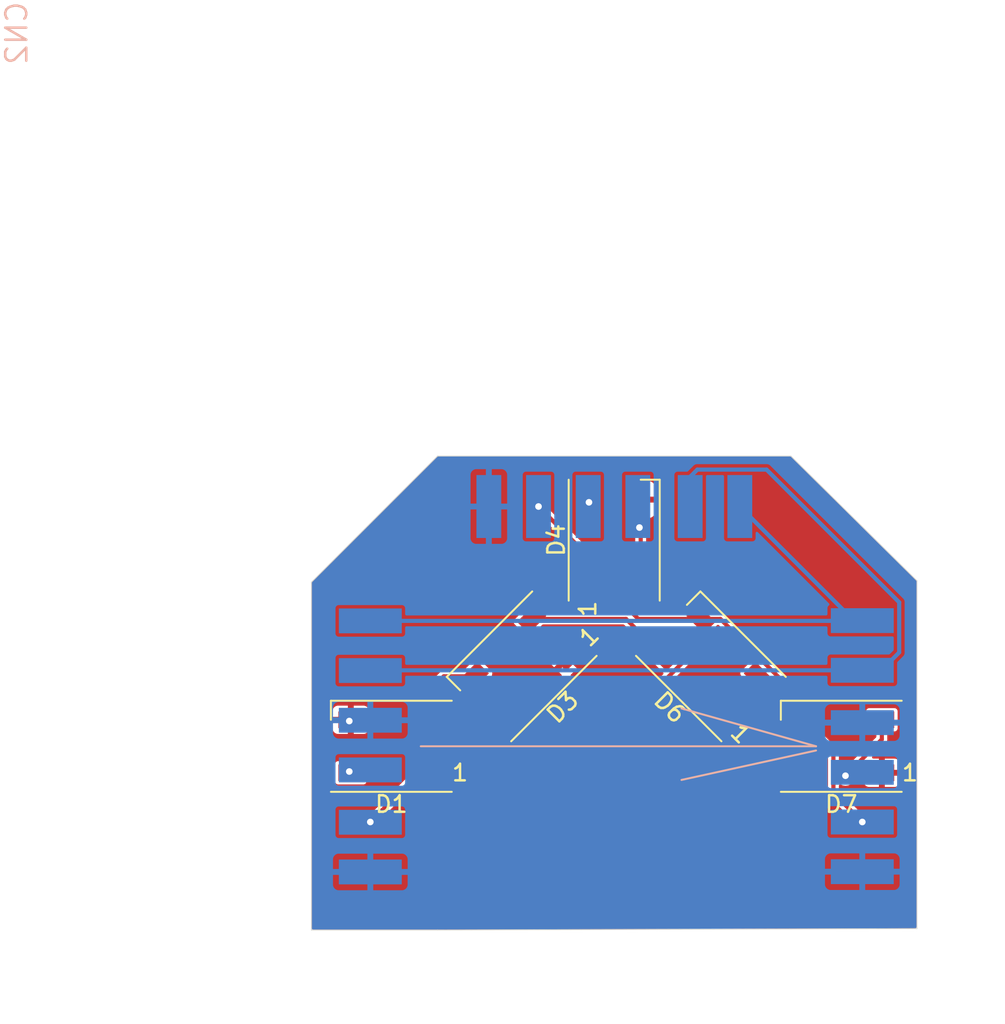
<source format=kicad_pcb>
(kicad_pcb (version 20211014) (generator pcbnew)
  (layers (0 "F.Cu" signal) (31 "B.Cu" signal) (34 "B.Paste" user) (35 "F.Paste" user) (36 "B.SilkS" user "B.Silkscreen") (37 "F.SilkS" user "F.Silkscreen") (38 "B.Mask" user) (39 "F.Mask" user) (44 "Edge.Cuts" user))
  (net 0 "")
  (net 1 "GND")
  (net 2 "Net-(CN1-Pad1)")
  (net 3 "Net-(CN1-Pad2)")
  (net 4 "Net-(CN1-Pad4)")
  (net 5 "+5V")
  (net 6 "Net-(CN2-Pad3)")
  (net 7 "Net-(D6-Pad2)")
  (net 8 "Net-(CN3-Pad3)")
  (net 9 "Net-(CN3-Pad4)")
  (net 10 "Net-(D1-Pad2)")
  (net 11 "Net-(D3-Pad2)")
  (footprint "LED_SMD:LED_WS2812B_PLCC4_5.0x5.0mm_P3.2mm" (layer "F.Cu") (at 146.558 102.616 135)
    (fp_text reference "D6" (at 0 -3.5 135) (layer "F.SilkS"))
    (fp_text value "WS2812B")
    (fp_text user "1" (at -4.15 -1.6 135) (layer "F.SilkS"))
    (fp_line (start -3.65 2.75) (end 3.65 2.75) (layer "F.SilkS") (width 0.12))
    (fp_line (start -3.65 -2.75) (end 3.65 -2.75) (layer "F.SilkS") (width 0.12))
    (fp_line (start 3.65 2.75) (end 3.65 1.6) (layer "F.SilkS") (width 0.12))
    (pad "1" smd rect (at -2.45 -1.6 135) (size 1.5 1) (layers "F.Cu" "F.Paste" "F.Mask") (net 1 "GND"))
    (pad "2" smd rect (at -2.45 1.6 135) (size 1.5 1) (layers "F.Cu" "F.Paste" "F.Mask") (net 7 "Net-(D6-Pad2)"))
    (pad "3" smd rect (at 2.45 1.6 135) (size 1.5 1) (layers "F.Cu" "F.Paste" "F.Mask") (net 5 "+5V"))
    (pad "4" smd rect (at 2.45 -1.6 135) (size 1.5 1) (layers "F.Cu" "F.Paste" "F.Mask") (net 11 "Net-(D3-Pad2)"))
  )
  (footprint "LED_SMD:LED_WS2812B_PLCC4_5.0x5.0mm_P3.2mm" (layer "F.Cu") (at 127.254 107.442 180)
    (fp_text reference "D1" (at 0 -3.5) (layer "F.SilkS"))
    (fp_text value "WS2812B")
    (fp_text user "1" (at -4.15 -1.6) (layer "F.SilkS"))
    (fp_line (start -3.65 2.75) (end 3.65 2.75) (layer "F.SilkS") (width 0.12))
    (fp_line (start 3.65 2.75) (end 3.65 1.6) (layer "F.SilkS") (width 0.12))
    (fp_line (start -3.65 -2.75) (end 3.65 -2.75) (layer "F.SilkS") (width 0.12))
    (pad "1" smd rect (at -2.45 -1.6 180) (size 1.5 1) (layers "F.Cu" "F.Paste" "F.Mask") (net 5 "+5V"))
    (pad "2" smd rect (at -2.45 1.6 180) (size 1.5 1) (layers "F.Cu" "F.Paste" "F.Mask") (net 10 "Net-(D1-Pad2)"))
    (pad "3" smd rect (at 2.45 1.6 180) (size 1.5 1) (layers "F.Cu" "F.Paste" "F.Mask") (net 1 "GND"))
    (pad "4" smd rect (at 2.45 -1.6 180) (size 1.5 1) (layers "F.Cu" "F.Paste" "F.Mask") (net 6 "Net-(CN2-Pad3)"))
  )
  (footprint "LED_SMD:LED_WS2812B_PLCC4_5.0x5.0mm_P3.2mm" (layer "F.Cu") (at 140.716 94.996 90)
    (fp_text reference "D4" (at 0 -3.5 90) (layer "F.SilkS"))
    (fp_text value "WS2812B")
    (fp_text user "1" (at -4.15 -1.6 90) (layer "F.SilkS"))
    (fp_line (start -3.65 2.75) (end 3.65 2.75) (layer "F.SilkS") (width 0.12))
    (fp_line (start -3.65 -2.75) (end 3.65 -2.75) (layer "F.SilkS") (width 0.12))
    (fp_line (start 3.65 2.75) (end 3.65 1.6) (layer "F.SilkS") (width 0.12))
    (pad "1" smd rect (at -2.45 -1.6 90) (size 1.5 1) (layers "F.Cu" "F.Paste" "F.Mask") (net 5 "+5V"))
    (pad "2" smd rect (at -2.45 1.6 90) (size 1.5 1) (layers "F.Cu" "F.Paste" "F.Mask") (net 8 "Net-(CN3-Pad3)"))
    (pad "3" smd rect (at 2.45 1.6 90) (size 1.5 1) (layers "F.Cu" "F.Paste" "F.Mask") (net 1 "GND"))
    (pad "4" smd rect (at 2.45 -1.6 90) (size 1.5 1) (layers "F.Cu" "F.Paste" "F.Mask") (net 9 "Net-(CN3-Pad4)"))
  )
  (footprint "LED_SMD:LED_WS2812B_PLCC4_5.0x5.0mm_P3.2mm" (layer "F.Cu") (at 154.432 107.442 180)
    (fp_text reference "D7" (at 0 -3.5) (layer "F.SilkS"))
    (fp_text value "WS2812B")
    (fp_text user "1" (at -4.15 -1.6) (layer "F.SilkS"))
    (fp_line (start 3.65 2.75) (end 3.65 1.6) (layer "F.SilkS") (width 0.12))
    (fp_line (start -3.65 -2.75) (end 3.65 -2.75) (layer "F.SilkS") (width 0.12))
    (fp_line (start -3.65 2.75) (end 3.65 2.75) (layer "F.SilkS") (width 0.12))
    (pad "1" smd rect (at -2.45 -1.6 180) (size 1.5 1) (layers "F.Cu" "F.Paste" "F.Mask") (net 1 "GND"))
    (pad "2" smd rect (at -2.45 1.6 180) (size 1.5 1) (layers "F.Cu" "F.Paste" "F.Mask") (net 4 "Net-(CN1-Pad4)"))
    (pad "3" smd rect (at 2.45 1.6 180) (size 1.5 1) (layers "F.Cu" "F.Paste" "F.Mask") (net 5 "+5V"))
    (pad "4" smd rect (at 2.45 -1.6 180) (size 1.5 1) (layers "F.Cu" "F.Paste" "F.Mask") (net 7 "Net-(D6-Pad2)"))
  )
  (footprint "LED_SMD:LED_WS2812B_PLCC4_5.0x5.0mm_P3.2mm" (layer "F.Cu") (at 135.128 102.616 -135)
    (fp_text reference "D3" (at 0 -3.5 45) (layer "F.SilkS"))
    (fp_text value "WS2812B")
    (fp_text user "1" (at -4.15 -1.6 45) (layer "F.SilkS"))
    (fp_line (start 3.65 2.75) (end 3.65 1.6) (layer "F.SilkS") (width 0.12))
    (fp_line (start -3.65 -2.75) (end 3.65 -2.75) (layer "F.SilkS") (width 0.12))
    (fp_line (start -3.65 2.75) (end 3.65 2.75) (layer "F.SilkS") (width 0.12))
    (pad "1" smd rect (at -2.45 -1.6 225) (size 1.5 1) (layers "F.Cu" "F.Paste" "F.Mask") (net 1 "GND"))
    (pad "2" smd rect (at -2.45 1.6 225) (size 1.5 1) (layers "F.Cu" "F.Paste" "F.Mask") (net 11 "Net-(D3-Pad2)"))
    (pad "3" smd rect (at 2.45 1.6 225) (size 1.5 1) (layers "F.Cu" "F.Paste" "F.Mask") (net 5 "+5V"))
    (pad "4" smd rect (at 2.45 -1.6 225) (size 1.5 1) (layers "F.Cu" "F.Paste" "F.Mask") (net 10 "Net-(D1-Pad2)"))
  )
  (footprint "Adafruit NeoPixel 8 Stick:1X4-SMT" (layer "B.Cu") (at 141.224 92.964 180)
    (fp_text reference "CN3" hide)
    (fp_text value "1X4SMT")
    (pad "1" smd rect (at -7.08 0 180) (size 1.5 3.8) (layers "B.Cu" "B.Paste" "B.Mask") (net 2 "Net-(CN1-Pad1)"))
    (pad "2" smd rect (at -4.08 0 180) (size 1.5 3.8) (layers "B.Cu" "B.Paste" "B.Mask") (net 3 "Net-(CN1-Pad2)"))
    (pad "3" smd rect (at -0.92 0 180) (size 1.5 3.8) (layers "B.Cu" "B.Paste" "B.Mask") (net 8 "Net-(CN3-Pad3)"))
    (pad "4" smd rect (at 2.08 0 180) (size 1.5 3.8) (layers "B.Cu" "B.Paste" "B.Mask") (net 9 "Net-(CN3-Pad4)"))
    (pad "5" smd rect (at 5.08 0 180) (size 1.5 3.8) (layers "B.Cu" "B.Paste" "B.Mask") (net 5 "+5V"))
    (pad "6" smd rect (at 8.08 0 180) (size 1.5 3.8) (layers "B.Cu" "B.Paste" "B.Mask") (net 1 "GND"))
  )
  (footprint "Adafruit NeoPixel 8 Stick:1X4-SMT" (layer "B.Cu") (at 155.702 106.934 -90)
    (fp_text reference "CN1" hide)
    (fp_text value "1X4SMT")
    (pad "1" smd rect (at -7.08 0 270) (size 1.5 3.8) (layers "B.Cu" "B.Paste" "B.Mask") (net 2 "Net-(CN1-Pad1)"))
    (pad "2" smd rect (at -4.08 0 270) (size 1.5 3.8) (layers "B.Cu" "B.Paste" "B.Mask") (net 3 "Net-(CN1-Pad2)"))
    (pad "3" smd rect (at -0.92 0 270) (size 1.5 3.8) (layers "B.Cu" "B.Paste" "B.Mask") (net 1 "GND"))
    (pad "4" smd rect (at 2.08 0 270) (size 1.5 3.8) (layers "B.Cu" "B.Paste" "B.Mask") (net 4 "Net-(CN1-Pad4)"))
    (pad "5" smd rect (at 5.08 0 270) (size 1.5 3.8) (layers "B.Cu" "B.Paste" "B.Mask") (net 5 "+5V"))
    (pad "6" smd rect (at 8.08 0 270) (size 1.5 3.8) (layers "B.Cu" "B.Paste" "B.Mask") (net 1 "GND"))
  )
  (footprint "Adafruit NeoPixel 8 Stick:1X4-SMT" (layer "B.Cu") (at 125.984 107.95 90)
    (fp_text reference "CN2" (at 43.568 -21.362 90) (layer "B.SilkS") (effects (font (size 1.27 1.27)) (justify mirror)))
    (fp_text value "1X4SMT")
    (pad "1" smd rect (at -7.08 0 90) (size 1.5 3.8) (layers "B.Cu" "B.Paste" "B.Mask") (net 1 "GND"))
    (pad "2" smd rect (at -4.08 0 90) (size 1.5 3.8) (layers "B.Cu" "B.Paste" "B.Mask") (net 5 "+5V"))
    (pad "3" smd rect (at -0.92 0 90) (size 1.5 3.8) (layers "B.Cu" "B.Paste" "B.Mask") (net 6 "Net-(CN2-Pad3)"))
    (pad "4" smd rect (at 2.08 0 90) (size 1.5 3.8) (layers "B.Cu" "B.Paste" "B.Mask") (net 1 "GND"))
    (pad "5" smd rect (at 5.08 0 90) (size 1.5 3.8) (layers "B.Cu" "B.Paste" "B.Mask") (net 3 "Net-(CN1-Pad2)"))
    (pad "6" smd rect (at 8.08 0 90) (size 1.5 3.8) (layers "B.Cu" "B.Paste" "B.Mask") (net 2 "Net-(CN1-Pad1)"))
  )
  (gr_line (start 152.908 107.696) (end 144.78 109.474) (layer "B.SilkS") (width 0.12))
  (gr_line (start 129.032 107.442) (end 152.908 107.442) (layer "B.SilkS") (width 0.12))
  (gr_line (start 144.78 105.156) (end 152.908 107.442) (layer "B.SilkS") (width 0.12))
  (gr_line (start 130.048 89.915998) (end 151.384 89.915999) (layer "Edge.Cuts") (width 0.05))
  (gr_line (start 122.428 97.536) (end 122.428 118.536) (layer "Edge.Cuts") (width 0.05))
  (gr_line (start 151.384 89.915999) (end 159.004 97.45) (layer "Edge.Cuts") (width 0.05))
  (gr_line (start 130.048 118.536) (end 159.004 118.45) (layer "Edge.Cuts") (width 0.05))
  (gr_line (start 159.004 97.45) (end 159.004 118.45) (layer "Edge.Cuts") (width 0.05))
  (gr_line locked (start 122.428 118.536) (end 130.048 118.536) (layer "Edge.Cuts") (width 0.05))
  (gr_line (start 122.428 97.536) (end 130.048 89.915998) (layer "Edge.Cuts") (width 0.05))
  (via (at 124.714 105.918) (size 0.8) (drill 0.4) (layers "F.Cu" "B.Cu") (net 1))
  (segment (start 125.984 99.87) (end 155.686 99.87) (width 0.25) (layer "B.Cu") (net 2))
  (segment (start 155.686 99.87) (end 155.702 99.854) (width 0.25) (layer "B.Cu") (net 2))
  (segment (start 155.194 99.854) (end 148.304 92.964) (width 0.25) (layer "B.Cu") (net 2))
  (segment (start 155.702 99.854) (end 155.194 99.854) (width 0.25) (layer "B.Cu") (net 2))
  (segment (start 155.702 102.854) (end 126 102.854) (width 0.25) (layer "B.Cu") (net 3))
  (segment (start 156.852 102.854) (end 157.9302 101.7758) (width 0.25) (layer "B.Cu") (net 3))
  (segment (start 145.7382 90.7358) (end 145.304 91.17) (width 0.25) (layer "B.Cu") (net 3))
  (segment (start 155.702 102.854) (end 156.852 102.854) (width 0.25) (layer "B.Cu") (net 3))
  (segment (start 157.9302 98.7482) (end 149.9178 90.7358) (width 0.25) (layer "B.Cu") (net 3))
  (segment (start 145.304 91.17) (end 145.304 92.964) (width 0.25) (layer "B.Cu") (net 3))
  (segment (start 126 102.854) (end 125.984 102.87) (width 0.25) (layer "B.Cu") (net 3))
  (segment (start 157.9302 101.7758) (end 157.9302 98.7482) (width 0.25) (layer "B.Cu") (net 3))
  (segment (start 149.9178 90.7358) (end 145.7382 90.7358) (width 0.25) (layer "B.Cu") (net 3))
  (segment (start 156.882 107.024) (end 154.686 109.22) (width 0.25) (layer "F.Cu") (net 4))
  (segment (start 156.882 105.842) (end 156.882 107.024) (width 0.25) (layer "F.Cu") (net 4))
  (via (at 154.686 109.22) (size 0.8) (drill 0.4) (layers "F.Cu" "B.Cu") (net 4))
  (segment (start 139.116 97.446) (end 139.116 95.936) (width 0.25) (layer "F.Cu") (net 5))
  (segment (start 128.6258 107.9638) (end 129.704 109.042) (width 0.25) (layer "F.Cu") (net 5))
  (segment (start 151.982 105.842) (end 153.9578 107.8178) (width 0.25) (layer "F.Cu") (net 5))
  (segment (start 145.956959 99.752218) (end 147.128211 99.752218) (width 0.25) (layer "F.Cu") (net 5))
  (segment (start 139.866 97.446) (end 142.172218 99.752218) (width 0.25) (layer "F.Cu") (net 5))
  (segment (start 132.617771 103.570594) (end 132.264218 103.217041) (width 0.25) (layer "F.Cu") (net 5))
  (segment (start 145.956959 101.277024) (end 143.663389 103.570594) (width 0.25) (layer "F.Cu") (net 5))
  (segment (start 129.704 109.042) (end 128.956 109.042) (width 0.25) (layer "F.Cu") (net 5))
  (segment (start 153.9578 110.2698) (end 155.702 112.014) (width 0.25) (layer "F.Cu") (net 5))
  (segment (start 147.128211 99.752218) (end 151.982 104.606007) (width 0.25) (layer "F.Cu") (net 5))
  (segment (start 142.172218 99.752218) (end 145.956959 99.752218) (width 0.25) (layer "F.Cu") (net 5))
  (segment (start 132.264218 103.217041) (end 130.422559 103.217041) (width 0.25) (layer "F.Cu") (net 5))
  (segment (start 139.116 95.936) (end 136.144 92.964) (width 0.25) (layer "F.Cu") (net 5))
  (segment (start 143.663389 103.570594) (end 132.617771 103.570594) (width 0.25) (layer "F.Cu") (net 5))
  (segment (start 151.982 104.606007) (end 151.982 105.842) (width 0.25) (layer "F.Cu") (net 5))
  (segment (start 128.6258 105.0138) (end 128.6258 107.9638) (width 0.25) (layer "F.Cu") (net 5))
  (segment (start 130.422559 103.217041) (end 128.6258 105.0138) (width 0.25) (layer "F.Cu") (net 5))
  (segment (start 153.9578 107.8178) (end 153.9578 110.2698) (width 0.25) (layer "F.Cu") (net 5))
  (segment (start 128.956 109.042) (end 125.984 112.014) (width 0.25) (layer "F.Cu") (net 5))
  (segment (start 145.956959 99.752218) (end 145.956959 101.277024) (width 0.25) (layer "F.Cu") (net 5))
  (segment (start 139.116 97.446) (end 139.866 97.446) (width 0.25) (layer "F.Cu") (net 5))
  (via (at 155.702 112.014) (size 0.8) (drill 0.4) (layers "F.Cu" "B.Cu") (net 5))
  (via (at 136.144 92.964) (size 0.8) (drill 0.4) (layers "F.Cu" "B.Cu") (net 5))
  (via (at 125.984 112.014) (size 0.8) (drill 0.4) (layers "F.Cu" "B.Cu") (net 5))
  (via (at 124.714 108.966) (size 0.8) (drill 0.4) (layers "F.Cu" "B.Cu") (net 6))
  (segment (start 149.421782 103.217041) (end 149.421782 106.481782) (width 0.25) (layer "F.Cu") (net 7))
  (segment (start 149.421782 106.481782) (end 151.982 109.042) (width 0.25) (layer "F.Cu") (net 7))
  (segment (start 142.316 97.446) (end 142.316 94.31) (width 0.25) (layer "F.Cu") (net 8))
  (segment (start 142.316 94.31) (end 142.24 94.234) (width 0.25) (layer "F.Cu") (net 8))
  (via (at 142.24 94.234) (size 0.8) (drill 0.4) (layers "F.Cu" "B.Cu") (net 8))
  (via (at 139.192 92.71) (size 0.8) (drill 0.4) (layers "F.Cu" "B.Cu") (net 9))
  (segment (start 129.704 105.842) (end 134.164741 105.842) (width 0.25) (layer "F.Cu") (net 10))
  (segment (start 141.431477 99.752218) (end 143.694218 102.014959) (width 0.25) (layer "F.Cu") (net 11))
  (segment (start 135.729041 99.752218) (end 141.431477 99.752218) (width 0.25) (layer "F.Cu") (net 11))
  (zone (net 1) (net_name "GND") (layers F&B.Cu) (priority 6) (connect_pads (clearance 0.000001)) (min_thickness 0.1524) (fill yes (thermal_gap 0.3548) (thermal_bridge_width 0.3548))
    (polygon (pts (xy 164.338 86.36) (xy 163.83 124.206) (xy 118.872 123.444) (xy 118.618 86.614)))
  )
)
</source>
